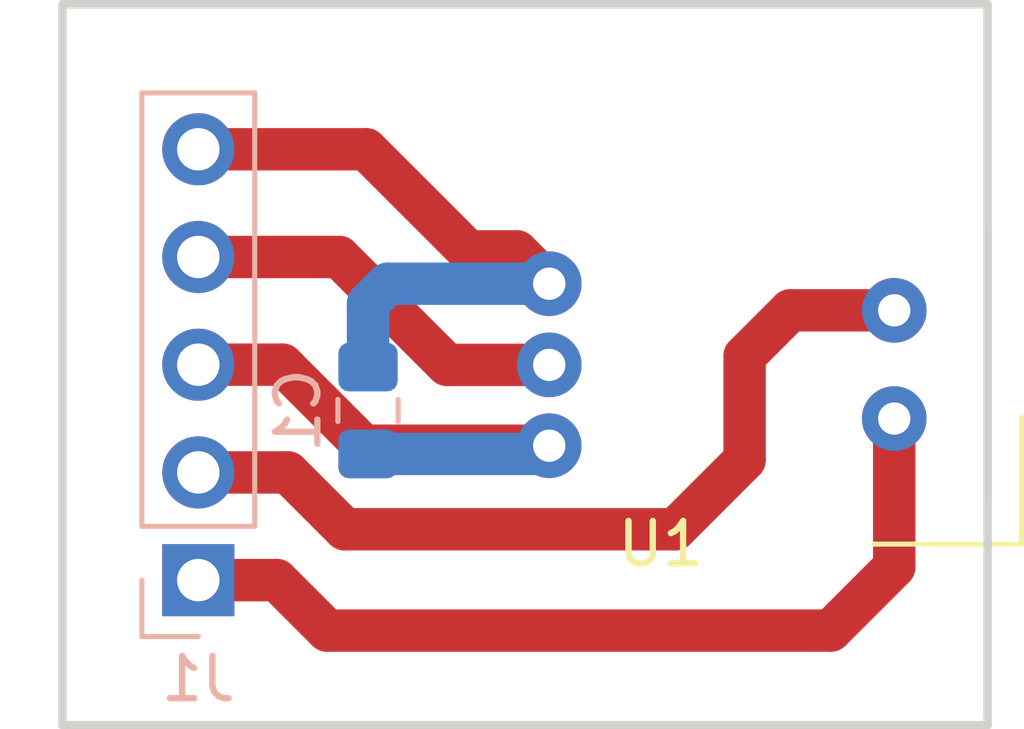
<source format=kicad_pcb>
(kicad_pcb (version 20171130) (host pcbnew "(5.1.4)-1")

  (general
    (thickness 1.6)
    (drawings 5)
    (tracks 27)
    (zones 0)
    (modules 3)
    (nets 6)
  )

  (page A4)
  (layers
    (0 F.Cu signal)
    (31 B.Cu signal)
    (32 B.Adhes user)
    (33 F.Adhes user)
    (34 B.Paste user)
    (35 F.Paste user)
    (36 B.SilkS user)
    (37 F.SilkS user)
    (38 B.Mask user)
    (39 F.Mask user)
    (40 Dwgs.User user)
    (41 Cmts.User user)
    (42 Eco1.User user)
    (43 Eco2.User user)
    (44 Edge.Cuts user)
    (45 Margin user)
    (46 B.CrtYd user)
    (47 F.CrtYd user)
    (48 B.Fab user)
    (49 F.Fab user)
  )

  (setup
    (last_trace_width 1)
    (user_trace_width 1)
    (trace_clearance 0.2)
    (zone_clearance 0.508)
    (zone_45_only no)
    (trace_min 0.2)
    (via_size 0.8)
    (via_drill 0.4)
    (via_min_size 0.4)
    (via_min_drill 0.3)
    (uvia_size 0.3)
    (uvia_drill 0.1)
    (uvias_allowed no)
    (uvia_min_size 0.2)
    (uvia_min_drill 0.1)
    (edge_width 0.05)
    (segment_width 0.2)
    (pcb_text_width 0.3)
    (pcb_text_size 1.5 1.5)
    (mod_edge_width 0.12)
    (mod_text_size 1 1)
    (mod_text_width 0.15)
    (pad_size 1.524 1.524)
    (pad_drill 0.762)
    (pad_to_mask_clearance 0.051)
    (solder_mask_min_width 0.25)
    (aux_axis_origin 0 0)
    (grid_origin 158.558204 89.472668)
    (visible_elements 7FFFFFFF)
    (pcbplotparams
      (layerselection 0x010fc_ffffffff)
      (usegerberextensions false)
      (usegerberattributes false)
      (usegerberadvancedattributes false)
      (creategerberjobfile false)
      (excludeedgelayer true)
      (linewidth 0.100000)
      (plotframeref false)
      (viasonmask false)
      (mode 1)
      (useauxorigin false)
      (hpglpennumber 1)
      (hpglpenspeed 20)
      (hpglpendiameter 15.000000)
      (psnegative false)
      (psa4output false)
      (plotreference true)
      (plotvalue true)
      (plotinvisibletext false)
      (padsonsilk false)
      (subtractmaskfromsilk false)
      (outputformat 1)
      (mirror false)
      (drillshape 1)
      (scaleselection 1)
      (outputdirectory ""))
  )

  (net 0 "")
  (net 1 "Net-(C1-Pad1)")
  (net 2 "Net-(C1-Pad2)")
  (net 3 "Net-(J1-Pad1)")
  (net 4 "Net-(J1-Pad2)")
  (net 5 "Net-(J1-Pad4)")

  (net_class Default "Ceci est la Netclass par défaut."
    (clearance 0.2)
    (trace_width 0.25)
    (via_dia 0.8)
    (via_drill 0.4)
    (uvia_dia 0.3)
    (uvia_drill 0.1)
    (add_net "Net-(C1-Pad1)")
    (add_net "Net-(C1-Pad2)")
    (add_net "Net-(J1-Pad1)")
    (add_net "Net-(J1-Pad2)")
    (add_net "Net-(J1-Pad4)")
  )

  (module Capacitor_SMD:C_0805_2012Metric_Pad1.15x1.40mm_HandSolder (layer B.Cu) (tedit 5B36C52B) (tstamp 5EB1DC05)
    (at 146.158204 89.282668 270)
    (descr "Capacitor SMD 0805 (2012 Metric), square (rectangular) end terminal, IPC_7351 nominal with elongated pad for handsoldering. (Body size source: https://docs.google.com/spreadsheets/d/1BsfQQcO9C6DZCsRaXUlFlo91Tg2WpOkGARC1WS5S8t0/edit?usp=sharing), generated with kicad-footprint-generator")
    (tags "capacitor handsolder")
    (path /5EB35335)
    (attr smd)
    (fp_text reference C1 (at 0 1.65 270) (layer B.SilkS)
      (effects (font (size 1 1) (thickness 0.15)) (justify mirror))
    )
    (fp_text value 100nF (at 0 -1.65 270) (layer B.Fab)
      (effects (font (size 1 1) (thickness 0.15)) (justify mirror))
    )
    (fp_line (start -1 -0.6) (end -1 0.6) (layer B.Fab) (width 0.1))
    (fp_line (start -1 0.6) (end 1 0.6) (layer B.Fab) (width 0.1))
    (fp_line (start 1 0.6) (end 1 -0.6) (layer B.Fab) (width 0.1))
    (fp_line (start 1 -0.6) (end -1 -0.6) (layer B.Fab) (width 0.1))
    (fp_line (start -0.261252 0.71) (end 0.261252 0.71) (layer B.SilkS) (width 0.12))
    (fp_line (start -0.261252 -0.71) (end 0.261252 -0.71) (layer B.SilkS) (width 0.12))
    (fp_line (start -1.85 -0.95) (end -1.85 0.95) (layer B.CrtYd) (width 0.05))
    (fp_line (start -1.85 0.95) (end 1.85 0.95) (layer B.CrtYd) (width 0.05))
    (fp_line (start 1.85 0.95) (end 1.85 -0.95) (layer B.CrtYd) (width 0.05))
    (fp_line (start 1.85 -0.95) (end -1.85 -0.95) (layer B.CrtYd) (width 0.05))
    (fp_text user %R (at 0 0 270) (layer B.Fab)
      (effects (font (size 0.5 0.5) (thickness 0.08)) (justify mirror))
    )
    (pad 1 smd roundrect (at -1.025 0 270) (size 1.15 1.4) (layers B.Cu B.Paste B.Mask) (roundrect_rratio 0.217391)
      (net 1 "Net-(C1-Pad1)"))
    (pad 2 smd roundrect (at 1.025 0 270) (size 1.15 1.4) (layers B.Cu B.Paste B.Mask) (roundrect_rratio 0.217391)
      (net 2 "Net-(C1-Pad2)"))
    (model ${KISYS3DMOD}/Capacitor_SMD.3dshapes/C_0805_2012Metric.wrl
      (at (xyz 0 0 0))
      (scale (xyz 1 1 1))
      (rotate (xyz 0 0 0))
    )
  )

  (module Connector_PinHeader_2.54mm:PinHeader_1x05_P2.54mm_Vertical (layer B.Cu) (tedit 59FED5CC) (tstamp 5EB1DC1E)
    (at 142.158204 93.282668)
    (descr "Through hole straight pin header, 1x05, 2.54mm pitch, single row")
    (tags "Through hole pin header THT 1x05 2.54mm single row")
    (path /5EB32911)
    (fp_text reference J1 (at 0 2.33) (layer B.SilkS)
      (effects (font (size 1 1) (thickness 0.15)) (justify mirror))
    )
    (fp_text value Conn_01x05 (at 0 -12.49) (layer B.Fab)
      (effects (font (size 1 1) (thickness 0.15)) (justify mirror))
    )
    (fp_line (start -0.635 1.27) (end 1.27 1.27) (layer B.Fab) (width 0.1))
    (fp_line (start 1.27 1.27) (end 1.27 -11.43) (layer B.Fab) (width 0.1))
    (fp_line (start 1.27 -11.43) (end -1.27 -11.43) (layer B.Fab) (width 0.1))
    (fp_line (start -1.27 -11.43) (end -1.27 0.635) (layer B.Fab) (width 0.1))
    (fp_line (start -1.27 0.635) (end -0.635 1.27) (layer B.Fab) (width 0.1))
    (fp_line (start -1.33 -11.49) (end 1.33 -11.49) (layer B.SilkS) (width 0.12))
    (fp_line (start -1.33 -1.27) (end -1.33 -11.49) (layer B.SilkS) (width 0.12))
    (fp_line (start 1.33 -1.27) (end 1.33 -11.49) (layer B.SilkS) (width 0.12))
    (fp_line (start -1.33 -1.27) (end 1.33 -1.27) (layer B.SilkS) (width 0.12))
    (fp_line (start -1.33 0) (end -1.33 1.33) (layer B.SilkS) (width 0.12))
    (fp_line (start -1.33 1.33) (end 0 1.33) (layer B.SilkS) (width 0.12))
    (fp_line (start -1.8 1.8) (end -1.8 -11.95) (layer B.CrtYd) (width 0.05))
    (fp_line (start -1.8 -11.95) (end 1.8 -11.95) (layer B.CrtYd) (width 0.05))
    (fp_line (start 1.8 -11.95) (end 1.8 1.8) (layer B.CrtYd) (width 0.05))
    (fp_line (start 1.8 1.8) (end -1.8 1.8) (layer B.CrtYd) (width 0.05))
    (fp_text user %R (at 0 -5.08 -90) (layer B.Fab)
      (effects (font (size 1 1) (thickness 0.15)) (justify mirror))
    )
    (pad 1 thru_hole rect (at 0 0) (size 1.7 1.7) (drill 1) (layers *.Cu *.Mask)
      (net 3 "Net-(J1-Pad1)"))
    (pad 2 thru_hole oval (at 0 -2.54) (size 1.7 1.7) (drill 1) (layers *.Cu *.Mask)
      (net 4 "Net-(J1-Pad2)"))
    (pad 3 thru_hole oval (at 0 -5.08) (size 1.7 1.7) (drill 1) (layers *.Cu *.Mask)
      (net 2 "Net-(C1-Pad2)"))
    (pad 4 thru_hole oval (at 0 -7.62) (size 1.7 1.7) (drill 1) (layers *.Cu *.Mask)
      (net 5 "Net-(J1-Pad4)"))
    (pad 5 thru_hole oval (at 0 -10.16) (size 1.7 1.7) (drill 1) (layers *.Cu *.Mask)
      (net 1 "Net-(C1-Pad1)"))
    (model ${KISYS3DMOD}/Connector_PinHeader_2.54mm.3dshapes/PinHeader_1x05_P2.54mm_Vertical.wrl
      (at (xyz 0 0 0))
      (scale (xyz 1 1 1))
      (rotate (xyz 0 0 0))
    )
  )

  (module MyLibKicad:OPB460N11 (layer F.Cu) (tedit 5EB179E5) (tstamp 5EB1E08D)
    (at 154.399053 88.123483)
    (path /5EB31FEB)
    (fp_text reference U1 (at -1.340849 4.309185) (layer F.SilkS)
      (effects (font (size 1 1) (thickness 0.15)))
    )
    (fp_text value OPB460N11 (at 0.159151 -4.190815) (layer F.Fab)
      (effects (font (size 1 1) (thickness 0.15)))
    )
    (fp_line (start 6.359151 3.254185) (end 6.359151 -3.095815) (layer F.Fab) (width 0.2))
    (fp_line (start 6.359151 -3.095815) (end -6.140849 -3.095815) (layer F.Fab) (width 0.2))
    (fp_line (start 1.609151 -3.095815) (end 1.609151 3.254185) (layer F.Fab) (width 0.2))
    (fp_line (start -1.390849 -3.095815) (end -1.390849 3.254185) (layer F.Fab) (width 0.2))
    (fp_line (start -6.140849 3.254185) (end 6.359151 3.254185) (layer F.Fab) (width 0.2))
    (fp_line (start -6.140849 -3.095815) (end -6.140849 3.254185) (layer F.Fab) (width 0.2))
    (fp_line (start 6.359151 -0.940815) (end 5.784151 -0.940815) (layer F.Fab) (width 0.12))
    (fp_line (start 5.784151 -0.940815) (end 5.784151 -2.415815) (layer F.Fab) (width 0.12))
    (fp_line (start 5.784151 -2.415815) (end 1.634151 -2.415815) (layer F.Fab) (width 0.12))
    (fp_line (start 6.359151 1.409185) (end 5.759151 1.409185) (layer F.Fab) (width 0.12))
    (fp_line (start 5.759151 1.409185) (end 5.759151 2.459185) (layer F.Fab) (width 0.12))
    (fp_line (start 5.759151 2.459185) (end 1.609151 2.459185) (layer F.Fab) (width 0.12))
    (fp_line (start 7.159151 1.309185) (end 7.159151 4.309185) (layer F.SilkS) (width 0.12))
    (fp_line (start 7.159151 4.309185) (end 3.659151 4.309185) (layer F.SilkS) (width 0.12))
    (pad 1 thru_hole circle (at 4.159151 1.349185) (size 1.524 1.524) (drill 0.762) (layers *.Cu *.Mask)
      (net 3 "Net-(J1-Pad1)"))
    (pad 2 thru_hole circle (at 4.159151 -1.202815) (size 1.524 1.524) (drill 0.762) (layers *.Cu *.Mask)
      (net 4 "Net-(J1-Pad2)"))
    (pad 3 thru_hole circle (at -3.970849 -1.830815) (size 1.524 1.524) (drill 0.762) (layers *.Cu *.Mask)
      (net 1 "Net-(C1-Pad1)"))
    (pad 4 thru_hole circle (at -3.970849 0.083185) (size 1.524 1.524) (drill 0.762) (layers *.Cu *.Mask)
      (net 5 "Net-(J1-Pad4)"))
    (pad 5 thru_hole circle (at -3.970849 1.989185) (size 1.524 1.524) (drill 0.762) (layers *.Cu *.Mask)
      (net 2 "Net-(C1-Pad2)"))
  )

  (gr_line (start 160.758204 79.702667) (end 138.958204 79.702667) (layer Edge.Cuts) (width 0.2))
  (gr_line (start 138.958204 79.702667) (end 138.958204 96.702668) (layer Edge.Cuts) (width 0.2))
  (gr_line (start 138.958204 96.702668) (end 160.758204 96.702668) (layer Edge.Cuts) (width 0.2))
  (gr_line (start 160.758204 96.702668) (end 160.758204 79.702667) (layer Edge.Cuts) (width 0.2))
  (gr_line (start 160.758204 91.377668) (end 160.758204 85.027668) (layer Edge.Cuts) (width 0.2))

  (segment (start 149.666205 85.530669) (end 148.520205 85.530669) (width 1) (layer F.Cu) (net 1))
  (segment (start 150.428204 86.292668) (end 149.666205 85.530669) (width 1) (layer F.Cu) (net 1))
  (segment (start 146.112204 83.122668) (end 142.158204 83.122668) (width 1) (layer F.Cu) (net 1))
  (segment (start 148.520205 85.530669) (end 146.112204 83.122668) (width 1) (layer F.Cu) (net 1))
  (segment (start 146.158204 88.257668) (end 146.158204 86.759668) (width 1) (layer B.Cu) (net 1))
  (segment (start 146.625204 86.292668) (end 150.428204 86.292668) (width 1) (layer B.Cu) (net 1))
  (segment (start 146.158204 86.759668) (end 146.625204 86.292668) (width 1) (layer B.Cu) (net 1))
  (segment (start 150.233204 90.307668) (end 150.428204 90.112668) (width 1) (layer B.Cu) (net 2))
  (segment (start 146.158204 90.307668) (end 150.233204 90.307668) (width 1) (layer B.Cu) (net 2))
  (segment (start 142.158204 88.202668) (end 144.143704 88.202668) (width 1) (layer F.Cu) (net 2))
  (segment (start 146.053704 90.112668) (end 150.428204 90.112668) (width 1) (layer F.Cu) (net 2))
  (segment (start 144.143704 88.202668) (end 146.053704 90.112668) (width 1) (layer F.Cu) (net 2))
  (segment (start 144.008204 93.282668) (end 145.198204 94.472668) (width 1) (layer F.Cu) (net 3))
  (segment (start 142.158204 93.282668) (end 144.008204 93.282668) (width 1) (layer F.Cu) (net 3))
  (segment (start 145.198204 94.472668) (end 157.058204 94.472668) (width 1) (layer F.Cu) (net 3))
  (segment (start 158.558204 92.972668) (end 158.558204 89.472668) (width 1) (layer F.Cu) (net 3))
  (segment (start 157.058204 94.472668) (end 158.558204 92.972668) (width 1) (layer F.Cu) (net 3))
  (segment (start 142.158204 90.742668) (end 144.270704 90.742668) (width 1) (layer F.Cu) (net 4))
  (segment (start 145.610693 92.082657) (end 153.396215 92.082657) (width 1) (layer F.Cu) (net 4))
  (segment (start 144.270704 90.742668) (end 145.610693 92.082657) (width 1) (layer F.Cu) (net 4))
  (segment (start 158.558204 86.920668) (end 156.110204 86.920668) (width 1) (layer F.Cu) (net 4))
  (segment (start 155.032204 87.998668) (end 155.032204 90.446668) (width 1) (layer F.Cu) (net 4))
  (segment (start 156.110204 86.920668) (end 155.032204 87.998668) (width 1) (layer F.Cu) (net 4))
  (segment (start 153.396215 92.082657) (end 155.032204 90.446668) (width 1) (layer F.Cu) (net 4))
  (segment (start 142.158204 85.662668) (end 145.477204 85.662668) (width 1) (layer F.Cu) (net 5))
  (segment (start 148.021204 88.206668) (end 150.428204 88.206668) (width 1) (layer F.Cu) (net 5))
  (segment (start 145.477204 85.662668) (end 148.021204 88.206668) (width 1) (layer F.Cu) (net 5))

)

</source>
